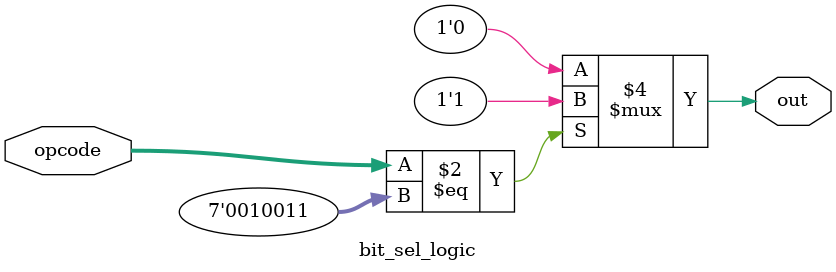
<source format=v>
module bit_sel_logic (
  input [6:0] opcode,
  output reg out
);

always @ (opcode) begin
  if (opcode == 7'b0010011) begin
    out = 1;
  end else
    out = 0;
end
endmodule
    

</source>
